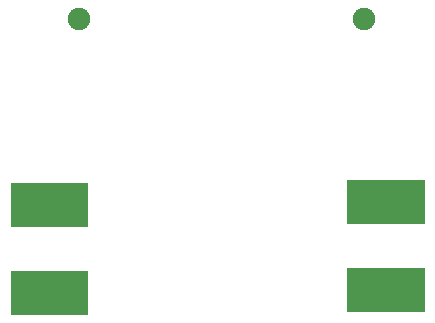
<source format=gbr>
%TF.GenerationSoftware,KiCad,Pcbnew,7.0.7*%
%TF.CreationDate,2024-03-23T19:40:35-05:00*%
%TF.ProjectId,DCDC-FusePCB,44434443-2d46-4757-9365-5043422e6b69,rev?*%
%TF.SameCoordinates,Original*%
%TF.FileFunction,Copper,L2,Bot*%
%TF.FilePolarity,Positive*%
%FSLAX46Y46*%
G04 Gerber Fmt 4.6, Leading zero omitted, Abs format (unit mm)*
G04 Created by KiCad (PCBNEW 7.0.7) date 2024-03-23 19:40:35*
%MOMM*%
%LPD*%
G01*
G04 APERTURE LIST*
%TA.AperFunction,ComponentPad*%
%ADD10R,3.430000X3.780000*%
%TD*%
%TA.AperFunction,ComponentPad*%
%ADD11C,1.905000*%
%TD*%
G04 APERTURE END LIST*
D10*
%TO.P,J2,1,Pin_1*%
%TO.N,Net-(J1-Pin_1)*%
X123500000Y-97235000D03*
X126680000Y-97235000D03*
%TO.P,J2,2,Pin_2*%
%TO.N,Net-(J2-Pin_2)*%
X123500000Y-89745000D03*
X126680000Y-89745000D03*
%TD*%
D11*
%TO.P,F1,1*%
%TO.N,Net-(J2-Pin_2)*%
X127570000Y-74000000D03*
%TO.P,F1,2*%
%TO.N,Net-(J1-Pin_2)*%
X151700000Y-74000000D03*
%TD*%
D10*
%TO.P,J1,1,Pin_1*%
%TO.N,Net-(J1-Pin_1)*%
X152000000Y-96990000D03*
X155180000Y-96990000D03*
%TO.P,J1,2,Pin_2*%
%TO.N,Net-(J1-Pin_2)*%
X152000000Y-89500000D03*
X155180000Y-89500000D03*
%TD*%
M02*

</source>
